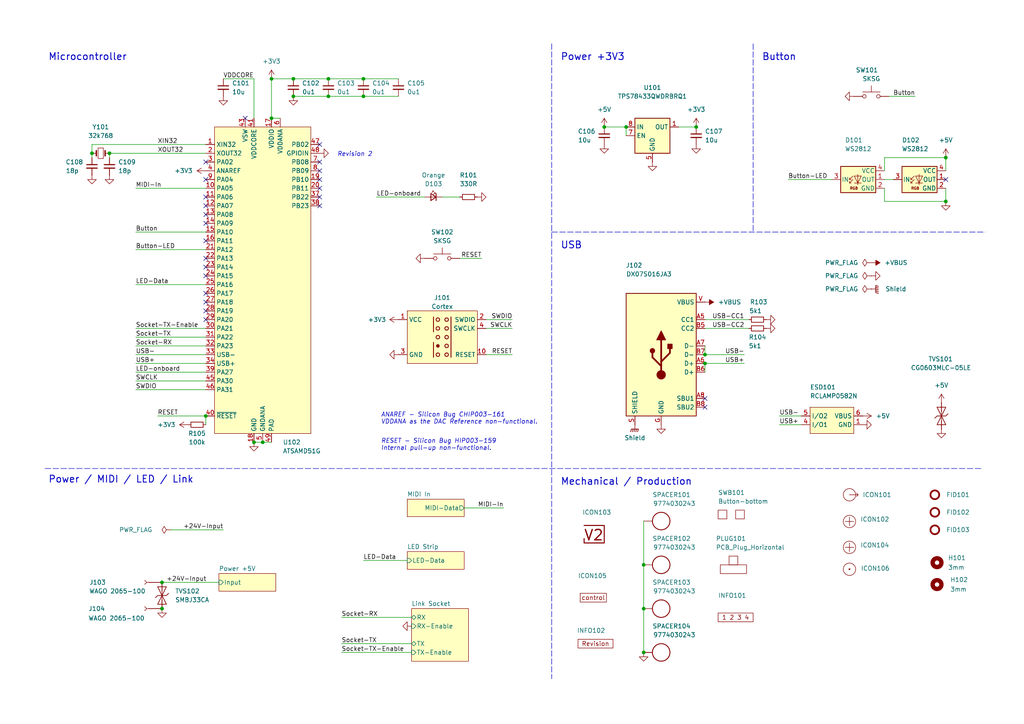
<source format=kicad_sch>
(kicad_sch (version 20250114) (generator "eeschema") (generator_version "9.0")
  (paper "A4")
  (title_block (title "V2 control") (date "2026-02-13") (rev "2026-02-13") (company "Versio Duo") (comment 1 "Instrument Controller"))
  (lib_symbols
    (symbol "V2_Artwork:Arrow_Out" (in_bom no)
      (property "Reference" "ICON" (at -2.54 2.54 0))
    )
    (symbol "V2_Artwork:Board_control" (in_bom no)
      (property "Reference" "ICON" (at 0 2.54 0))
      (symbol "Board_control_0_0"
        (text "control" (at 0 0 0) (effects (font (size 1.27 1.27))))
      )
    )
    (symbol "V2_Artwork:Dot" (in_bom no)
      (property "Reference" "ICON" (at -2.54 2.54 0))
    )
    (symbol "V2_Artwork:Plus" (in_bom no)
      (property "Reference" "ICON" (at -2.54 2.54 0))
    )
    (symbol "V2_Artwork:V2-logo" (in_bom no)
      (property "Reference" "ICON" (at -3.302 3.81 0))
      (symbol "V2-logo_1_1"
        (text "V2" (at -0.508 -0.254 0) (effects (font (size 3 3) (thickness 0.375))))
      )
    )
    (symbol "V2_Connector_Debug:Cortex" (in_bom no)
      (property "Reference" "J" (at -8.89 11.43 0))
      (property "Value" "Cortex" (at -8.89 8.89 0))
      (symbol "Cortex_1_0"
        (pin power_in line (at -11.43 5.08 0) (length 2.54) (name "VCC") (number "1"))
        (pin power_in line (at -11.43 -5.08 0) (length 2.54) (name "GND") (number "3"))
        (pin passive line (at -11.43 -5.08 0) (length 2.54) (hide yes) (name "GND") (number "5"))
        (pin bidirectional line (at 13.97 5.08 180) (length 2.54) (name "SWDIO") (number "2"))
        (pin input line (at 13.97 2.54 180) (length 2.54) (name "SWCLK") (number "4"))
        (pin input line (at 13.97 -5.08 180) (length 2.54) (name "RESET") (number "10"))
      )
    )
    (symbol "V2_Connector_USB:JAE_DX07S016JA3"
      (property "Reference" "J" (at -10.16 22.86 0))
      (property "Value" "DX07S016JA3" (at -10.16 20.5 0))
      (symbol "JAE_DX07S016JA3_1_1"
        (pin passive line (at -7.62 -20.32 90) (length 2.54) (name "SHIELD") (number "S"))
        (pin passive line (at 0 -20.32 90) (length 2.54) (name "GND") (number "G"))
        (pin passive line (at 12.7 15.24 180) (length 2.54) (name "VBUS") (number "V"))
        (pin bidirectional line (at 12.7 10.16 180) (length 2.54) (name "CC1") (number "A5"))
        (pin bidirectional line (at 12.7 7.62 180) (length 2.54) (name "CC2") (number "B5"))
        (pin bidirectional line (at 12.7 2.54 180) (length 2.54) (name "D-") (number "A7"))
        (pin bidirectional line (at 12.7 0 180) (length 2.54) (name "D-") (number "B7"))
        (pin bidirectional line (at 12.7 -2.54 180) (length 2.54) (name "D+") (number "A6"))
        (pin bidirectional line (at 12.7 -5.08 180) (length 2.54) (name "D+") (number "B6"))
        (pin bidirectional line (at 12.7 -12.7 180) (length 2.54) (name "SBU1") (number "A8"))
        (pin bidirectional line (at 12.7 -15.24 180) (length 2.54) (name "SBU2") (number "B8"))
      )
    )
    (symbol "V2_Connector_WAGO:2065" (pin_numbers (hide yes)) (pin_names (offset 1.016) (hide yes))
      (property "Reference" "J" (at 1.524 0 0))
      (property "Value" "WAGO 2065-100" (at 9.144 -2.54 0))
      (symbol "2065_1_1"
        (pin passive line (at -5.08 0 0) (length 3.81) (name "") (number "1"))
      )
    )
    (symbol "V2_Device:C_0603_0u1" (pin_numbers (hide yes)) (pin_names (offset 0.254) (hide yes))
      (property "Reference" "C" (at 1.778 1.524 0))
      (property "Value" "0u1" (at 1.778 -2.032 0))
      (symbol "C_0603_0u1_1_1"
        (pin passive line (at 0 2.54 270) (length 2.032) (name "~") (number "1"))
        (pin passive line (at 0 -2.54 90) (length 2.032) (name "~") (number "2"))
      )
    )
    (symbol "V2_Device:C_0603_10u" (pin_numbers (hide yes)) (pin_names (offset 0.254) (hide yes))
      (property "Reference" "C" (at 1.524 1.778 0))
      (property "Value" "10u" (at 1.524 -2.032 0))
      (symbol "C_0603_10u_1_1"
        (pin passive line (at 0 2.54 270) (length 2.032) (name "~") (number "1"))
        (pin passive line (at 0 -2.54 90) (length 2.032) (name "~") (number "2"))
      )
    )
    (symbol "V2_Device:C_0603_18p" (pin_numbers (hide yes)) (pin_names (offset 0.254) (hide yes))
      (property "Reference" "C" (at 1.524 1.778 0))
      (property "Value" "18p" (at 1.524 -2.032 0))
      (symbol "C_0603_18p_1_1"
        (pin passive line (at 0 2.54 270) (length 2.032) (name "~") (number "1"))
        (pin passive line (at 0 -2.54 90) (length 2.032) (name "~") (number "2"))
      )
    )
    (symbol "V2_Device:C_0805_10u" (pin_numbers (hide yes)) (pin_names (offset 0.254) (hide yes))
      (property "Reference" "C" (at 1.524 1.778 0))
      (property "Value" "10u" (at 1.524 -2.032 0))
      (symbol "C_0805_10u_1_1"
        (pin passive line (at 0 2.54 270) (length 2.032) (name "~") (number "1"))
        (pin passive line (at 0 -2.54 90) (length 2.032) (name "~") (number "2"))
      )
    )
    (symbol "V2_Device:Crystal_3.2x1.5_32k768" (pin_numbers (hide yes)) (pin_names (offset 1.016) (hide yes))
      (property "Reference" "Y" (at 0 2.54 0))
      (property "Value" "32k768" (at 0 -3.81 0))
      (symbol "Crystal_3.2x1.5_32k768_1_1"
        (pin passive line (at -2.54 0 0) (length 1.27) (name "1") (number "1"))
        (pin passive line (at 2.54 0 180) (length 1.27) (name "2") (number "2"))
      )
    )
    (symbol "V2_Device:LED_0603_Orange" (pin_numbers (hide yes)) (pin_names (offset 0.254) (hide yes))
      (property "Reference" "D" (at 0 5.588 0))
      (property "Value" "Orange" (at 0 3.556 0))
      (symbol "LED_0603_Orange_1_1"
        (pin passive line (at -2.54 0 0) (length 1.778) (name "K") (number "1"))
        (pin passive line (at 2.54 0 180) (length 1.778) (name "A") (number "2"))
      )
    )
    (symbol "V2_Device:R_0603_100k" (pin_numbers (hide yes)) (pin_names (offset 0.254) (hide yes))
      (property "Reference" "R" (at 2.032 1.27 0))
      (property "Value" "100k" (at 3.81 -1.27 0))
      (symbol "R_0603_100k_1_1"
        (pin passive line (at 0 2.54 270) (length 0.762) (name "~") (number "1"))
        (pin passive line (at 0 -2.54 90) (length 0.762) (name "~") (number "2"))
      )
    )
    (symbol "V2_Device:R_0603_330R" (pin_numbers (hide yes)) (pin_names (offset 0.254) (hide yes))
      (property "Reference" "R" (at 2.032 1.27 0))
      (property "Value" "330R" (at 4.064 -1.27 0))
      (symbol "R_0603_330R_1_1"
        (pin passive line (at 0 2.54 270) (length 0.762) (name "~") (number "1"))
        (pin passive line (at 0 -2.54 90) (length 0.762) (name "~") (number "2"))
      )
    )
    (symbol "V2_Device:R_0603_5k1" (pin_numbers (hide yes)) (pin_names (offset 0.254) (hide yes))
      (property "Reference" "R" (at 2.032 1.27 0))
      (property "Value" "5k1" (at 3.302 -1.27 0))
      (symbol "R_0603_5k1_1_1"
        (pin passive line (at 0 2.54 270) (length 0.762) (name "~") (number "1"))
        (pin passive line (at 0 -2.54 90) (length 0.762) (name "~") (number "2"))
      )
    )
    (symbol "V2_Diode:CG0603MLC-05LE" (pin_numbers (hide yes)) (pin_names (hide yes))
      (property "Reference" "TVS" (at -1.27 3.81 0))
      (property "Value" "CG0603MLC-05LE" (at 0 -3.81 0))
      (symbol "CG0603MLC-05LE_1_1"
        (pin passive line (at -3.81 0 0) (length 2.54) (name "K") (number "1"))
        (pin passive line (at 3.81 0 180) (length 2.54) (name "A") (number "2"))
      )
    )
    (symbol "V2_Diode:SMBJ33CA" (pin_numbers (hide yes)) (pin_names (hide yes))
      (property "Reference" "TVS" (at -2.54 6.35 0))
      (property "Value" "SMBJ33CA" (at -2.54 3.81 0))
      (symbol "SMBJ33CA_1_1"
        (pin passive line (at -3.81 0 0) (length 2.54) (name "K") (number "1"))
        (pin passive line (at 3.81 0 180) (length 2.54) (name "A") (number "2"))
      )
    )
    (symbol "V2_ESD_Suppressor:RCLAMP0582N"
      (property "Reference" "ESD" (at -6.35 6.35 0))
      (property "Value" "RCLAMP0582N" (at -6.35 3.81 0))
      (symbol "RCLAMP0582N_1_0"
        (pin bidirectional line (at -8.89 0 0) (length 2.54) (name "I/O2") (number "5"))
        (pin bidirectional line (at -8.89 -2.54 0) (length 2.54) (name "I/O1") (number "4"))
        (pin no_connect line (at 2.54 -10.16 0) (length 2.54) (hide yes) (name "") (number "3"))
        (pin power_in line (at 8.89 0 180) (length 2.54) (name "VBUS") (number "6"))
        (pin power_in line (at 8.89 -2.54 180) (length 2.54) (name "GND") (number "1"))
      )
      (symbol "RCLAMP0582N_1_1"
        (pin no_connect line (at 2.54 -7.62 0) (length 2.54) (hide yes) (name "") (number "2"))
      )
    )
    (symbol "V2_LED:WS2812" (pin_names (offset 0.254))
      (property "Reference" "D3" (at 0 10.414 0))
      (property "Value" "WS2812" (at 0 7.874 0))
      (symbol "WS2812_0_0"
        (text "RGB" (at -1.27 -1.27 0) (effects (font (size 0.762 0.762))))
      )
      (symbol "WS2812_1_1"
        (pin input line (at -7.62 1.27 0) (length 2.54) (name "IN") (number "3"))
        (pin power_in line (at 7.62 3.81 180) (length 2.54) (name "VCC") (number "4"))
        (pin output line (at 7.62 1.27 180) (length 2.54) (name "OUT") (number "1"))
        (pin power_in line (at 7.62 -1.27 180) (length 2.54) (name "GND") (number "2"))
      )
    )
    (symbol "V2_MCU_Microchip_SAMD:ATSAMD51G"
      (property "Reference" "U" (at 8.8392 -47.2948 0))
      (property "Value" "ATSAMD51G" (at 13.8684 -51.8668 0))
      (symbol "ATSAMD51G_1_1"
        (pin bidirectional line (at -16.51 39.37 0) (length 2.54) (name "PA00") (number "1") (alternate "XIN32" input line))
        (pin bidirectional line (at -16.51 36.83 0) (length 2.54) (name "PA01") (number "2") (alternate "XOUT32" output line))
        (pin bidirectional line (at -16.51 34.29 0) (length 2.54) (name "PA02") (number "3"))
        (pin bidirectional line (at -16.51 31.75 0) (length 2.54) (name "PA03") (number "4") (alternate "ANAREF" input line))
        (pin bidirectional line (at -16.51 29.21 0) (length 2.54) (name "PA04") (number "9"))
        (pin bidirectional line (at -16.51 26.67 0) (length 2.54) (name "PA05") (number "10"))
        (pin bidirectional line (at -16.51 24.13 0) (length 2.54) (name "PA06") (number "11"))
        (pin bidirectional line (at -16.51 21.59 0) (length 2.54) (name "PA07") (number "12"))
        (pin bidirectional line (at -16.51 19.05 0) (length 2.54) (name "PA08") (number "13"))
        (pin bidirectional line (at -16.51 16.51 0) (length 2.54) (name "PA09") (number "14"))
        (pin bidirectional line (at -16.51 13.97 0) (length 2.54) (name "PA10") (number "15"))
        (pin bidirectional line (at -16.51 11.43 0) (length 2.54) (name "PA11") (number "16"))
        (pin bidirectional line (at -16.51 8.89 0) (length 2.54) (name "PA12") (number "21"))
        (pin bidirectional line (at -16.51 6.35 0) (length 2.54) (name "PA13") (number "22"))
        (pin bidirectional line (at -16.51 3.81 0) (length 2.54) (name "PA14") (number "23"))
        (pin bidirectional line (at -16.51 1.27 0) (length 2.54) (name "PA15") (number "24"))
        (pin bidirectional line (at -16.51 -1.27 0) (length 2.54) (name "PA16") (number "25"))
        (pin bidirectional line (at -16.51 -3.81 0) (length 2.54) (name "PA17") (number "26"))
        (pin bidirectional line (at -16.51 -6.35 0) (length 2.54) (name "PA18") (number "27"))
        (pin bidirectional line (at -16.51 -8.89 0) (length 2.54) (name "PA19") (number "28"))
        (pin bidirectional line (at -16.51 -11.43 0) (length 2.54) (name "PA20") (number "29"))
        (pin bidirectional line (at -16.51 -13.97 0) (length 2.54) (name "PA21") (number "30"))
        (pin bidirectional line (at -16.51 -16.51 0) (length 2.54) (name "PA22") (number "31"))
        (pin bidirectional line (at -16.51 -19.05 0) (length 2.54) (name "PA23") (number "32"))
        (pin bidirectional line (at -16.51 -21.59 0) (length 2.54) (name "PA24") (number "33") (alternate "USB-" bidirectional line))
        (pin bidirectional line (at -16.51 -24.13 0) (length 2.54) (name "PA25") (number "34") (alternate "USB+" bidirectional line))
        (pin bidirectional line (at -16.51 -26.67 0) (length 2.54) (name "PA27") (number "39"))
        (pin bidirectional line (at -16.51 -29.21 0) (length 2.54) (name "PA30") (number "45"))
        (pin bidirectional line (at -16.51 -31.75 0) (length 2.54) (name "PA31") (number "46"))
        (pin input line (at -16.51 -39.37 0) (length 2.54) (name "~{RESET}") (number "40"))
        (pin power_in line (at -5.08 46.99 270) (length 2.54) (name "VSW") (number "43"))
        (pin power_out line (at -2.54 46.99 270) (length 2.54) (name "VDDCORE") (number "41"))
        (pin power_in line (at -2.54 -46.99 90) (length 2.54) (name "GND") (number "18"))
        (pin passive line (at -2.54 -46.99 90) (length 2.54) (hide yes) (name "GND") (number "35"))
        (pin passive line (at -2.54 -46.99 90) (length 2.54) (hide yes) (name "GND") (number "42"))
        (pin power_in line (at 0 -46.99 90) (length 2.54) (name "GNDANA") (number "5"))
        (pin power_in line (at 2.54 46.99 270) (length 2.54) (name "VDDIO") (number "17"))
        (pin passive line (at 2.54 46.99 270) (length 2.54) (hide yes) (name "VDDIO") (number "36"))
        (pin passive line (at 2.54 46.99 270) (length 2.54) (hide yes) (name "VDDIO") (number "44"))
        (pin power_in line (at 2.54 -46.99 90) (length 2.54) (name "PAD") (number "49"))
        (pin power_in line (at 5.08 46.99 270) (length 2.54) (name "VDDANA") (number "6"))
        (pin bidirectional line (at 16.51 39.37 180) (length 2.54) (name "PB02") (number "47"))
        (pin bidirectional line (at 16.51 36.83 180) (length 2.54) (name "PB03") (number "48") (alternate "GPIOIN" input line))
        (pin bidirectional line (at 16.51 34.29 180) (length 2.54) (name "PB08") (number "7"))
        (pin bidirectional line (at 16.51 31.75 180) (length 2.54) (name "PB09") (number "8"))
        (pin bidirectional line (at 16.51 29.21 180) (length 2.54) (name "PB10") (number "19"))
        (pin bidirectional line (at 16.51 26.67 180) (length 2.54) (name "PB11") (number "20"))
        (pin bidirectional line (at 16.51 24.13 180) (length 2.54) (name "PB22") (number "37"))
        (pin bidirectional line (at 16.51 21.59 180) (length 2.54) (name "PB23") (number "38"))
      )
    )
    (symbol "V2_Mechanical:Fiducial_Paste" (in_bom no)
      (property "Reference" "FID" (at 5.08 0 0))
    )
    (symbol "V2_Mechanical:MountingHole_3mm" (pin_names (offset 1.016)) (in_bom no)
      (property "Reference" "H" (at 0 5.08 0))
      (property "Value" "3mm" (at 0 3.175 0))
    )
    (symbol "V2_PCB_Devices:Button-bottom" (in_bom no)
      (property "Reference" "SWB1" (at -2.54 3.81 0))
      (property "Value" "Button-bottom" (at -6.35 -3.81 0))
    )
    (symbol "V2_PCB_Devices:PCB_Plug_Horizontal" (in_bom no)
      (property "Reference" "PLUG" (at 0 -5.08 0))
      (property "Value" "PCB_Plug_Horizontal" (at 1.27 -8.89 0))
    )
    (symbol "V2_Production:Layer_Numbers" (in_bom no)
      (property "Reference" "INFO" (at 0 3.81 0))
      (symbol "Layer_Numbers_0_0"
        (text "1 2 3 4" (at 0 0 0) (effects (font (size 1.27 1.27))))
      )
    )
    (symbol "V2_Production:Revision" (in_bom no)
      (property "Reference" "INFO" (at 0 2.54 0))
      (symbol "Revision_1_1"
        (text "Revision" (at 0 0 0) (effects (font (size 1.27 1.27))))
      )
    )
    (symbol "V2_Regulator_Linear:TPS78433QWDRBRQ1"
      (property "Reference" "U" (at -5.08 10.16 0))
      (property "Value" "TPS78433QWDRBRQ1" (at -5.08 7.62 0))
      (symbol "TPS78433QWDRBRQ1_0_1"
        (pin power_in line (at -7.62 2.54 0) (length 2.54) (name "IN") (number "8"))
        (pin input line (at -7.62 0 0) (length 2.54) (name "EN") (number "7"))
        (pin power_in line (at 0 -7.62 90) (length 2.54) (name "GND") (number "5"))
        (pin no_connect line (at 0 -19.05 180) (length 2.54) (hide yes) (name "") (number "2"))
        (pin no_connect line (at 0 -21.59 180) (length 2.54) (hide yes) (name "") (number "3"))
        (pin no_connect line (at 0 -24.13 180) (length 2.54) (hide yes) (name "") (number "4"))
        (pin no_connect line (at 0 -26.67 180) (length 2.54) (hide yes) (name "") (number "6"))
        (pin power_out line (at 7.62 2.54 180) (length 2.54) (name "OUT") (number "1"))
      )
      (symbol "TPS78433QWDRBRQ1_1_1"
        (pin passive line (at 0 -7.62 90) (length 2.54) (hide yes) (name "GND") (number "9"))
      )
    )
    (symbol "V2_Spacer_Wurth:9774030243" (pin_numbers (hide yes)) (pin_names (hide yes))
      (property "Reference" "SPACER" (at 0 7.62 0))
      (property "Value" "9774030243" (at 0 5.08 0))
      (symbol "9774030243_1_0"
        (pin passive line (at -5.08 0 0) (length 2.54) (name "1") (number "1"))
      )
    )
    (symbol "V2_Switch:SKSG" (pin_numbers (hide yes)) (pin_names (offset 1.016) (hide yes))
      (property "Reference" "SW" (at 0 7.62 0))
      (property "Value" "SKSG" (at 0 5.08 0))
      (symbol "SKSG_0_1"
        (pin passive line (at -5.08 0 0) (length 2.54) (name "1") (number "1"))
        (pin passive line (at 5.08 0 180) (length 2.54) (name "2") (number "2"))
      )
    )
    (symbol "V2_power:+3V3" (power) (pin_numbers (hide yes)) (pin_names (offset 0) (hide yes))
      (property "Value" "+3V3" (at 0 5.08 0))
      (symbol "+3V3_1_1"
        (pin power_in line (at 0 0 90) (length 0) (name "~") (number "1"))
      )
    )
    (symbol "V2_power:+5V" (power) (pin_numbers (hide yes)) (pin_names (offset 0) (hide yes))
      (property "Value" "+5V" (at 0 5.08 0))
      (symbol "+5V_1_1"
        (pin power_in line (at 0 0 90) (length 0) (name "~") (number "1"))
      )
    )
    (symbol "V2_power:+VBUS" (power) (pin_numbers (hide yes)) (pin_names (offset 0) (hide yes))
      (property "Value" "+VBUS" (at 0 5.08 0))
      (symbol "+VBUS_1_1"
        (pin power_in line (at 0 0 90) (length 0) (name "~") (number "1"))
      )
    )
    (symbol "V2_power:GND" (power) (pin_numbers (hide yes)) (pin_names (offset 0) (hide yes))
      (symbol "GND_1_1"
        (pin power_in line (at 0 0 270) (length 0) (name "~") (number "1"))
      )
    )
    (symbol "V2_power:PWR_FLAG" (power) (pin_numbers (hide yes)) (pin_names (offset 0) (hide yes))
      (property "Value" "PWR_FLAG" (at -8.89 0 0))
      (symbol "PWR_FLAG_0_0"
        (pin power_out line (at 0 0 180) (length 0) (name "~") (number "1"))
      )
    )
    (symbol "V2_power:Shield" (power) (pin_numbers (hide yes)) (pin_names (offset 0) (hide yes))
      (property "Value" "Shield" (at 0 -5.08 0))
      (symbol "Shield_1_1"
        (pin power_in line (at 0 0 270) (length 0) (name "~") (number "1"))
      )
    )
  )
  (text "ANAREF - ﻿Silicon Bug CHIP003-161\nVDDANA as the DAC Reference non-functional." (at 110.49 123.19 0) (effects (font (size 1.27 1.27) (italic yes)) (justify left bottom)))
  (text "Power / MIDI / LED / Link" (at 13.97 140.335 0) (effects (font (size 2 2) (thickness 0.254) (bold yes)) (justify left bottom)))
  (text "RESET - ﻿Silicon Bug HIP003-159\nInternal pull-up non-functional." (at 110.49 130.81 0) (effects (font (size 1.27 1.27) (italic yes)) (justify left bottom)))
  (text "Button" (at 220.98 17.78 0) (effects (font (size 2 2) (thickness 0.254) (bold yes)) (justify left bottom)))
  (text "Revision 2" (at 97.7831 45.5582 0) (effects (font (size 1.27 1.27) (italic yes)) (justify left bottom)))
  (text "Power +3V3" (at 162.56 17.78 0) (effects (font (size 2 2) (thickness 0.254) (bold yes)) (justify left bottom)))
  (text "Mechanical / Production" (at 162.56 140.97 0) (effects (font (size 2 2) (thickness 0.254) (bold yes)) (justify left bottom)))
  (text "Microcontroller" (at 13.97 17.78 0) (effects (font (size 2 2) (thickness 0.254) (bold yes)) (justify left bottom)))
  (text "USB" (at 162.56 72.39 0) (effects (font (size 2 2) (thickness 0.254) (bold yes)) (justify left bottom)))
  (junction (at 95.25 22.86))
  (junction (at 204.47 105.41))
  (junction (at 181.61 36.83))
  (junction (at 186.69 176.53))
  (junction (at 73.66 128.27))
  (junction (at 274.32 58.42))
  (junction (at 46.99 176.53))
  (junction (at 201.93 36.83))
  (junction (at 85.09 27.94))
  (junction (at 85.09 22.86))
  (junction (at 105.41 27.94))
  (junction (at 31.75 44.45))
  (junction (at 46.99 168.91))
  (junction (at 105.41 22.86))
  (junction (at 95.25 27.94))
  (junction (at 204.47 102.87))
  (junction (at 78.74 22.86))
  (junction (at 76.2 128.27))
  (junction (at 26.67 44.45))
  (junction (at 274.32 45.72))
  (junction (at 186.69 163.83))
  (junction (at 175.26 36.83))
  (junction (at 186.69 189.23))
  (junction (at 59.69 120.65))
  (junction (at 78.74 34.29))
  (no_connect (at 274.32 52.07))
  (no_connect (at 204.47 115.57))
  (no_connect (at 204.47 118.11))
  (no_connect (at 59.69 57.15))
  (no_connect (at 59.69 59.69))
  (no_connect (at 59.69 62.23))
  (no_connect (at 59.69 64.77))
  (no_connect (at 59.69 69.85))
  (no_connect (at 59.69 52.07))
  (no_connect (at 59.69 46.99))
  (no_connect (at 59.69 85.09))
  (no_connect (at 59.69 80.01))
  (no_connect (at 59.69 77.47))
  (no_connect (at 59.69 74.93))
  (no_connect (at 59.69 87.63))
  (no_connect (at 92.71 52.07))
  (no_connect (at 92.71 54.61))
  (no_connect (at 92.71 59.69))
  (no_connect (at 92.71 57.15))
  (no_connect (at 92.71 49.53))
  (no_connect (at 92.71 46.99))
  (no_connect (at 92.71 41.91))
  (no_connect (at 71.12 34.29))
  (no_connect (at 59.69 90.17))
  (no_connect (at 59.69 92.71))
  (wire (pts (xy 39.37 113.03) (xy 59.69 113.03)))
  (wire (pts (xy 226.06 120.65) (xy 232.41 120.65)))
  (wire (pts (xy 256.54 49.53) (xy 256.54 45.72)))
  (wire (pts (xy 204.47 100.33) (xy 204.47 102.87)))
  (wire (pts (xy 256.54 52.07) (xy 259.08 52.07)))
  (wire (pts (xy 78.74 22.86) (xy 85.09 22.86)))
  (wire (pts (xy 39.37 82.55) (xy 59.69 82.55)))
  (wire (pts (xy 256.54 45.72) (xy 274.32 45.72)))
  (wire (pts (xy 64.77 22.86) (xy 73.66 22.86)))
  (polyline (pts (xy 284.48 135.89) (xy 12.7 135.89)) (stroke (width 0) (type dash)))
  (wire (pts (xy 99.06 189.23) (xy 119.38 189.23)))
  (wire (pts (xy 26.67 44.45) (xy 26.67 45.72)))
  (wire (pts (xy 140.97 102.87) (xy 148.59 102.87)))
  (wire (pts (xy 204.47 105.41) (xy 215.9 105.41)))
  (wire (pts (xy 39.37 72.39) (xy 59.69 72.39)))
  (wire (pts (xy 256.54 58.42) (xy 274.32 58.42)))
  (wire (pts (xy 73.66 22.86) (xy 73.66 34.29)))
  (wire (pts (xy 95.25 27.94) (xy 105.41 27.94)))
  (wire (pts (xy 39.37 54.61) (xy 59.69 54.61)))
  (wire (pts (xy 204.47 95.25) (xy 217.17 95.25)))
  (wire (pts (xy 73.66 128.27) (xy 76.2 128.27)))
  (wire (pts (xy 39.37 110.49) (xy 59.69 110.49)))
  (wire (pts (xy 204.47 102.87) (xy 215.9 102.87)))
  (wire (pts (xy 78.74 34.29) (xy 81.28 34.29)))
  (wire (pts (xy 76.2 128.27) (xy 78.74 128.27)))
  (wire (pts (xy 39.37 95.25) (xy 59.69 95.25)))
  (wire (pts (xy 204.47 105.41) (xy 204.47 107.95)))
  (wire (pts (xy 186.69 163.83) (xy 186.69 176.53)))
  (wire (pts (xy 39.37 102.87) (xy 59.69 102.87)))
  (wire (pts (xy 226.06 123.19) (xy 232.41 123.19)))
  (wire (pts (xy 109.22 57.15) (xy 123.19 57.15)))
  (wire (pts (xy 274.32 54.61) (xy 274.32 58.42)))
  (wire (pts (xy 105.41 162.56) (xy 118.11 162.56)))
  (wire (pts (xy 128.27 57.15) (xy 133.35 57.15)))
  (wire (pts (xy 46.99 168.91) (xy 63.5 168.91)))
  (wire (pts (xy 181.61 36.83) (xy 181.61 39.37)))
  (wire (pts (xy 140.97 92.71) (xy 148.59 92.71)))
  (wire (pts (xy 39.37 107.95) (xy 59.69 107.95)))
  (wire (pts (xy 175.26 36.83) (xy 181.61 36.83)))
  (wire (pts (xy 45.72 120.65) (xy 59.69 120.65)))
  (polyline (pts (xy 160.02 67.31) (xy 285.75 67.31)) (stroke (width 0) (type dash)))
  (wire (pts (xy 204.47 92.71) (xy 217.17 92.71)))
  (wire (pts (xy 39.37 105.41) (xy 59.69 105.41)))
  (wire (pts (xy 134.62 147.32) (xy 146.05 147.32)))
  (wire (pts (xy 186.69 176.53) (xy 186.69 189.23)))
  (wire (pts (xy 228.6 52.07) (xy 241.3 52.07)))
  (wire (pts (xy 85.09 22.86) (xy 95.25 22.86)))
  (wire (pts (xy 201.93 36.83) (xy 196.85 36.83)))
  (wire (pts (xy 85.09 27.94) (xy 95.25 27.94)))
  (wire (pts (xy 78.74 22.86) (xy 78.74 34.29)))
  (wire (pts (xy 99.06 179.07) (xy 119.38 179.07)))
  (wire (pts (xy 39.37 67.31) (xy 59.69 67.31)))
  (polyline (pts (xy 218.44 12.7) (xy 218.44 67.31)) (stroke (width 0) (type dash)))
  (wire (pts (xy 186.69 151.13) (xy 186.69 163.83)))
  (wire (pts (xy 274.32 45.72) (xy 274.32 49.53)))
  (wire (pts (xy 39.37 100.33) (xy 59.69 100.33)))
  (wire (pts (xy 256.54 54.61) (xy 256.54 58.42)))
  (wire (pts (xy 59.69 123.19) (xy 59.69 120.65)))
  (wire (pts (xy 105.41 22.86) (xy 115.57 22.86)))
  (wire (pts (xy 39.37 97.79) (xy 59.69 97.79)))
  (wire (pts (xy 95.25 22.86) (xy 105.41 22.86)))
  (wire (pts (xy 133.35 74.93) (xy 139.7 74.93)))
  (wire (pts (xy 59.69 41.91) (xy 26.67 41.91)))
  (wire (pts (xy 31.75 44.45) (xy 31.75 45.72)))
  (polyline (pts (xy 160.02 12.7) (xy 160.02 196.85)) (stroke (width 0) (type dash)))
  (wire (pts (xy 257.81 27.94) (xy 265.43 27.94)))
  (wire (pts (xy 99.06 186.69) (xy 119.38 186.69)))
  (wire (pts (xy 26.67 41.91) (xy 26.67 44.45)))
  (wire (pts (xy 59.69 44.45) (xy 31.75 44.45)))
  (wire (pts (xy 140.97 95.25) (xy 148.59 95.25)))
  (wire (pts (xy 105.41 27.94) (xy 115.57 27.94)))
  (wire (pts (xy 49.53 153.67) (xy 64.77 153.67)))
  (label "SWCLK" (at 148.59 95.25 180))
  (label "XIN32" (at 45.72 41.91 0))
  (label "LED-onboard" (at 109.22 57.15 0))
  (label "Button" (at 265.43 27.94 180))
  (label "LED-Data" (at 105.41 162.56 0))
  (label "LED-Data" (at 39.37 82.55 0))
  (label "Button-LED" (at 39.37 72.39 0))
  (label "+24V-Input" (at 48.26 168.91 0))
  (label "Button-LED" (at 228.6 52.07 0))
  (label "USB+" (at 39.37 105.41 0))
  (label "USB-CC2" (at 215.9 95.25 180))
  (label "RESET" (at 45.72 120.65 0))
  (label "USB-CC1" (at 215.9 92.71 180))
  (label "RESET" (at 148.59 102.87 180))
  (label "XOUT32" (at 45.72 44.45 0))
  (label "Socket-RX" (at 99.06 179.07 0))
  (label "MIDI-In" (at 146.05 147.32 180))
  (label "VDDCORE" (at 64.77 22.86 0))
  (label "Socket-TX-Enable" (at 99.06 189.23 0))
  (label "Socket-TX" (at 39.37 97.79 0))
  (label "RESET" (at 139.7 74.93 180))
  (label "MIDI-In" (at 39.37 54.61 0))
  (label "USB-" (at 215.9 102.87 180))
  (label "LED-onboard" (at 39.37 107.95 0))
  (label "USB-" (at 39.37 102.87 0))
  (label "USB+" (at 215.9 105.41 180))
  (label "+24V-Input" (at 64.77 153.67 180))
  (label "Socket-TX" (at 99.06 186.69 0))
  (label "Socket-RX" (at 39.37 100.33 0))
  (label "SWCLK" (at 39.37 110.49 0))
  (label "SWDIO" (at 39.37 113.03 0))
  (label "Button" (at 39.37 67.31 0))
  (label "USB+" (at 226.06 123.19 0))
  (label "SWDIO" (at 148.59 92.71 180))
  (label "Socket-TX-Enable" (at 39.37 95.25 0))
  (label "USB-" (at 226.06 120.65 0))
  (symbol (lib_id "V2_Device:C_0603_0u1") (at 115.57 25.4 0) (unit 1)
    (property "Reference" "C105" (at 118.11 24.13 0) (effects (justify left)))
    (property "Value" "0u1" (at 118.11 26.67 0) (effects (justify left)))
    (property "Footprint" "V2_Capacitor_SMD:C_0603" (effects (hide yes)))
    (property "Description" "Unpolarized capacitor, small symbol" (effects (hide yes)))
    (property "Mouser" "810-CGA3E2X7R1H104MA" (effects (hide yes)))
    (property "Manufacturer" "TDK" (effects (hide yes)))
    (property "Product" "CGA3E2X7R1H104M080AA" (effects (hide yes)))
    (property "Rating" "50V" (effects (hide yes)))
  )
  (symbol (lib_id "V2_power:GND") (at 274.32 58.42 0) (unit 1)
    (property "Reference" "#PWR0116" (effects (hide yes)))
    (property "Value" "GND" (effects (hide yes)))
  )
  (symbol (lib_id "V2_ESD_Suppressor:RCLAMP0582N") (at 241.3 120.65 0) (unit 1)
    (property "Reference" "ESD101" (at 234.95 113.03 0) (effects (justify left bottom)))
    (property "Value" "RCLAMP0582N" (at 234.95 115.57 0) (effects (justify left bottom)))
    (property "Footprint" "V2_ESD_Suppressor:SLP1210N6" (effects (hide yes)))
    (property "Mouser" "947-RCLAMP0582N.TCT" (effects (hide yes)))
    (property "Product" "RCLAMP0582N.TCT" (effects (hide yes)))
    (property "Manufacturer" "Semtech" (effects (hide yes)))
  )
  (symbol (lib_id "V2_power:+3V3") (at 201.93 36.83 0) (unit 1)
    (property "Reference" "#PWR0106" (effects (hide yes)))
    (property "Value" "+3V3" (at 201.93 31.75 0))
  )
  (symbol (lib_id "V2_Production:Layer_Numbers") (at 213.36 179.07 0) (unit 1) (in_bom no)
    (property "Reference" "INFO101" (at 208.28 172.7199 0) (effects (justify left)))
    (property "Value" "Layer_Numbers" (effects (hide yes)))
    (property "Footprint" "V2_Production:Layer_Numbers" (effects (hide yes)))
  )
  (symbol (lib_id "V2_Switch:SKSG") (at 252.73 27.94 0) (unit 1)
    (property "Reference" "SW101" (at 251.46 20.32 0))
    (property "Value" "SKSG" (at 252.73 22.86 0))
    (property "Footprint" "V2_Button_Switch_SMD:SKSG" (effects (hide yes)))
    (property "Description" "Push button switch, generic, two pins" (effects (hide yes)))
    (property "Mouser" "688-SKSGACE010" (effects (hide yes)))
    (property "Manufacturer" "Alps Alpine" (effects (hide yes)))
    (property "Product" "SKSGACE010" (effects (hide yes)))
  )
  (symbol (lib_id "V2_power:GND") (at 92.71 44.45 90) (unit 1)
    (property "Reference" "#PWR0109" (effects (hide yes)))
    (property "Value" "GND" (effects (hide yes)))
  )
  (symbol (lib_id "V2_power:GND") (at 73.66 128.27 0) (unit 1)
    (property "Reference" "#PWR0132" (effects (hide yes)))
    (property "Value" "GND" (effects (hide yes)))
  )
  (symbol (lib_id "V2_power:+5V") (at 250.19 120.65 270) (unit 1)
    (property "Reference" "#PWR0126" (effects (hide yes)))
    (property "Value" "+5V" (at 254 120.65 90) (effects (justify left)))
  )
  (symbol (lib_id "V2_Device:LED_0603_Orange") (at 125.73 57.15 0) (mirror y) (unit 1)
    (property "Reference" "D103" (at 125.73 53.34 0))
    (property "Value" "Orange" (at 125.73 50.8 0))
    (property "Footprint" "V2_LED:LED_0603" (effects (hide yes)))
    (property "Description" "Light emitting diode, small symbol" (effects (hide yes)))
    (property "Sim.Pins" "1=K 2=A" (effects (hide yes)))
    (property "Mouser" "755-SML-D12D1WT86" (effects (hide yes)))
    (property "Product" "SML-D12D1WT86" (effects (hide yes)))
    (property "Manufacturer" "ROHM Semiconductor " (effects (hide yes)))
  )
  (symbol (lib_id "V2_Mechanical:MountingHole_3mm") (at 271.78 169.545 0) (unit 1) (in_bom no)
    (property "Reference" "H102" (at 275.59 168.1479 0) (effects (justify left)))
    (property "Value" "3mm" (at 278.003 170.942 0))
    (property "Footprint" "V2_Mechanical:MountingHole_3mm" (effects (hide yes)))
    (property "Description" "Mounting Hole without connection" (effects (hide yes)))
  )
  (symbol (lib_id "V2_power:GND") (at 46.99 176.53 0) (unit 1)
    (property "Reference" "#PWR0133" (effects (hide yes)))
    (property "Value" "GND" (effects (hide yes)))
  )
  (symbol (lib_id "V2_power:GND") (at 64.77 27.94 0) (unit 1)
    (property "Reference" "#PWR0102" (effects (hide yes)))
    (property "Value" "GND" (effects (hide yes)))
  )
  (symbol (lib_id "V2_LED:WS2812") (at 248.92 53.34 0) (unit 1)
    (property "Reference" "D101" (at 247.65 40.64 0))
    (property "Value" "WS2812" (at 248.92 43.18 0))
    (property "Footprint" "V2_LED:WS2812-2020" (effects (hide yes)))
    (property "Description" "RGB LED with integrated controller" (effects (hide yes)))
    (property "Manufacturer" "Worldsemi" (effects (hide yes)))
    (property "Product" "WS2812B-2020" (effects (hide yes)))
    (property "LCSC" "C965555" (effects (hide yes)))
  )
  (symbol (lib_id "V2_PCB_Devices:Button-bottom") (at 212.09 149.225 0) (unit 1) (exclude_from_sim yes) (in_bom no)
    (property "Reference" "SWB101" (at 208.28 142.875 0) (effects (justify left)))
    (property "Value" "Button-bottom" (at 208.28 145.415 0) (effects (justify left)))
    (property "Footprint" "V2_PCB_Devices:PCB_Button-bottom" (effects (hide yes)))
  )
  (symbol (lib_id "V2_PCB_Devices:PCB_Plug_Horizontal") (at 212.725 163.83 0) (unit 1) (exclude_from_sim yes) (in_bom no)
    (property "Reference" "PLUG101" (at 207.645 156.2099 0) (effects (justify left)))
    (property "Value" "PCB_Plug_Horizontal" (at 207.645 158.7499 0) (effects (justify left)))
    (property "Footprint" "V2_PCB_Devices:PCB_Plug_Horizontal" (effects (hide yes)))
  )
  (symbol (lib_id "V2_Device:C_0805_10u") (at 201.93 39.37 0) (unit 1)
    (property "Reference" "C107" (at 204.47 38.1 0) (effects (justify left)))
    (property "Value" "10u" (at 204.47 40.64 0) (effects (justify left)))
    (property "Footprint" "V2_Capacitor_SMD:C_0805" (effects (hide yes)))
    (property "Description" "Unpolarized capacitor, small symbol" (effects (hide yes)))
    (property "Mouser" "810-C2012X5R1E106K" (effects (hide yes)))
    (property "Rating" "25V" (effects (hide yes)))
    (property "Product" "C2012X5R1E106K125AB" (effects (hide yes)))
    (property "Manufacturer" "TDK" (effects (hide yes)))
  )
  (symbol (lib_id "V2_power:+3V3") (at 78.74 22.86 0) (unit 1)
    (property "Reference" "#PWR0101" (effects (hide yes)))
    (property "Value" "+3V3" (at 78.74 17.78 0))
  )
  (symbol (lib_id "V2_power:+5V") (at 274.32 45.72 0) (unit 1)
    (property "Reference" "#PWR0110" (effects (hide yes)))
    (property "Value" "+5V" (at 274.32 40.64 0))
  )
  (symbol (lib_id "V2_Device:R_0603_5k1") (at 219.71 95.25 90) (unit 1)
    (property "Reference" "R104" (at 217.1699 97.79 90) (effects (justify right)))
    (property "Value" "5k1" (at 217.1699 100.33 90) (effects (justify right)))
    (property "Footprint" "V2_Resistor_SMD:R_0603" (effects (hide yes)))
    (property "Description" "Resistor, small symbol" (effects (hide yes)))
    (property "Mouser" "71-CRCW06035K10FKEAC" (effects (hide yes)))
    (property "Product" "CRCW06035K10FKEAC" (effects (hide yes)))
    (property "Manufacturer" "Vishay" (effects (hide yes)))
    (property "Rating" "100mW" (effects (hide yes)))
  )
  (symbol (lib_id "V2_Spacer_Wurth:9774030243") (at 191.77 163.83 0) (unit 1)
    (property "Reference" "SPACER102" (at 189.23 156.21 0) (effects (justify left)))
    (property "Value" "9774030243" (at 195.58 158.75 0))
    (property "Footprint" "V2_Spacer_Wurth:9774030243" (effects (hide yes)))
  )
  (symbol (lib_id "V2_power:+3V3") (at 54.61 123.19 90) (unit 1)
    (property "Reference" "#PWR0127" (effects (hide yes)))
    (property "Value" "+3V3" (at 48.26 123.19 90))
  )
  (symbol (lib_id "V2_power:PWR_FLAG") (at 252.73 80.01 0) (unit 1)
    (property "Reference" "#FLG0103" (effects (hide yes)))
    (property "Value" "PWR_FLAG" (at 244.094 80.01 0))
    (property "Description" "Special symbol for telling ERC where power comes from" (effects (hide yes)))
  )
  (symbol (lib_id "V2_Artwork:Arrow_Out") (at 246.38 143.51 0) (unit 1) (exclude_from_sim yes) (in_bom no)
    (property "Reference" "ICON101" (at 250.19 143.5099 0) (effects (justify left)))
    (property "Value" "Arrow_Out" (effects (hide yes)))
    (property "Footprint" "V2_Artwork:Arrow_Out" (effects (hide yes)))
  )
  (symbol (lib_id "V2_power:PWR_FLAG") (at 252.73 83.82 0) (unit 1)
    (property "Reference" "#FLG0102" (effects (hide yes)))
    (property "Value" "PWR_FLAG" (at 244.094 83.82 0))
    (property "Description" "Special symbol for telling ERC where power comes from" (effects (hide yes)))
  )
  (symbol (lib_id "V2_Diode:SMBJ33CA") (at 46.99 172.72 90) (unit 1)
    (property "Reference" "TVS102" (at 50.8 171.4499 90) (effects (justify right)))
    (property "Value" "SMBJ33CA" (at 50.8 173.9899 90) (effects (justify right)))
    (property "Footprint" "V2_Diode_SMD:D_SMB" (effects (hide yes)))
    (property "Description" "Transient Voltage Suppressor Diode, Bidirectional, 36.7-40.6V" (effects (hide yes)))
    (property "Mouser" "652-SMBJ33CA-Q" (effects (hide yes)))
    (property "Product" "SMBJ33CA-Q" (effects (hide yes)))
    (property "Manufacturer" "Bourns" (effects (hide yes)))
    (property "Rating" "33V" (effects (hide yes)))
  )
  (symbol (lib_id "V2_Connector_Debug:Cortex") (at 127 97.79 0) (unit 1) (in_bom no)
    (property "Reference" "J101" (at 128.27 86.36 0))
    (property "Value" "Cortex" (at 128.27 88.9 0))
    (property "Footprint" "V2_Connector_Debug:Cortex" (effects (hide yes)))
  )
  (symbol (lib_id "V2_power:GND") (at 26.67 50.8 0) (unit 1)
    (property "Reference" "#PWR0113" (effects (hide yes)))
    (property "Value" "GND" (effects (hide yes)))
  )
  (symbol (lib_id "V2_Connector_WAGO:2065") (at 41.91 176.53 180) (unit 1)
    (property "Reference" "J104" (at 28.067 176.53 0))
    (property "Value" "WAGO 2065-100" (at 33.782 179.324 0))
    (property "Footprint" "V2_Connector_WAGO:2065-100" (effects (hide yes)))
    (property "Manufacturer" "WAGO" (effects (hide yes)))
    (property "Product" "2065-100/998-403" (effects (hide yes)))
  )
  (symbol (lib_id "V2_Artwork:Board_control") (at 172.085 173.355 0) (unit 1) (exclude_from_sim yes) (in_bom no)
    (property "Reference" "ICON105" (at 167.64 167.0049 0) (effects (justify left)))
    (property "Value" "Board_control" (effects (hide yes)))
    (property "Footprint" "V2_Artwork:Board_control_Small" (effects (hide yes)))
  )
  (symbol (lib_id "V2_power:GND") (at 115.57 102.87 270) (unit 1)
    (property "Reference" "#PWR0124" (effects (hide yes)))
    (property "Value" "GND" (effects (hide yes)))
  )
  (symbol (lib_id "V2_LED:WS2812") (at 266.7 53.34 0) (unit 1)
    (property "Reference" "D102" (at 264.16 40.64 0))
    (property "Value" "WS2812" (at 265.43 43.18 0))
    (property "Footprint" "V2_LED:WS2812-2020" (effects (hide yes)))
    (property "Description" "RGB LED with integrated controller" (effects (hide yes)))
    (property "Manufacturer" "Worldsemi" (effects (hide yes)))
    (property "Product" "WS2812B-2020" (effects (hide yes)))
    (property "LCSC" "C965555" (effects (hide yes)))
  )
  (symbol (lib_id "V2_power:+5V") (at 273.05 116.84 0) (unit 1)
    (property "Reference" "#PWR0125" (effects (hide yes)))
    (property "Value" "+5V" (at 273.05 111.76 0))
  )
  (symbol (lib_id "V2_power:GND") (at 191.77 123.19 0) (unit 1)
    (property "Reference" "#PWR0131" (effects (hide yes)))
    (property "Value" "GND" (effects (hide yes)))
  )
  (symbol (lib_id "V2_power:+5V") (at 175.26 36.83 0) (unit 1)
    (property "Reference" "#PWR0105" (effects (hide yes)))
    (property "Value" "+5V" (at 175.26 31.75 0))
  )
  (symbol (lib_id "V2_power:+3V3") (at 59.69 49.53 90) (unit 1)
    (property "Reference" "#PWR0112" (effects (hide yes)))
    (property "Value" "+3V3" (at 55.88 49.53 90) (effects (justify left)))
  )
  (symbol (lib_id "V2_Spacer_Wurth:9774030243") (at 191.77 176.53 0) (unit 1)
    (property "Reference" "SPACER103" (at 189.23 168.91 0) (effects (justify left)))
    (property "Value" "9774030243" (at 195.58 171.45 0))
    (property "Footprint" "V2_Spacer_Wurth:9774030243" (effects (hide yes)))
  )
  (symbol (lib_id "V2_power:GND") (at 85.09 27.94 0) (unit 1)
    (property "Reference" "#PWR0103" (effects (hide yes)))
    (property "Value" "GND" (effects (hide yes)))
  )
  (symbol (lib_id "V2_power:GND") (at 31.75 50.8 0) (unit 1)
    (property "Reference" "#PWR0114" (effects (hide yes)))
    (property "Value" "GND" (effects (hide yes)))
  )
  (symbol (lib_id "V2_power:GND") (at 247.65 27.94 270) (unit 1)
    (property "Reference" "#PWR0104" (effects (hide yes)))
    (property "Value" "GND" (effects (hide yes)))
  )
  (symbol (lib_id "V2_Artwork:Plus") (at 246.38 158.75 0) (unit 1) (exclude_from_sim yes) (in_bom no)
    (property "Reference" "ICON104" (at 249.555 158.115 0) (effects (justify left)))
    (property "Value" "Plus" (effects (hide yes)))
    (property "Footprint" "V2_Artwork:Plus_Small" (effects (hide yes)))
  )
  (symbol (lib_id "V2_Production:Revision") (at 172.72 186.69 0) (unit 1) (in_bom no)
    (property "Reference" "INFO102" (at 171.45 182.88 0))
    (property "Footprint" "V2_Production:Revision" (effects (hide yes)))
  )
  (symbol (lib_id "V2_power:+3V3") (at 115.57 92.71 90) (unit 1)
    (property "Reference" "#PWR0121" (effects (hide yes)))
    (property "Value" "+3V3" (at 106.68 92.71 90) (effects (justify right)))
  )
  (symbol (lib_id "V2_power:GND") (at 201.93 41.91 0) (unit 1)
    (property "Reference" "#PWR0108" (effects (hide yes)))
    (property "Value" "GND" (effects (hide yes)))
  )
  (symbol (lib_id "V2_Spacer_Wurth:9774030243") (at 191.77 189.23 0) (unit 1)
    (property "Reference" "SPACER104" (at 189.23 181.61 0) (effects (justify left)))
    (property "Value" "9774030243" (at 195.58 184.15 0))
    (property "Footprint" "V2_Spacer_Wurth:9774030243" (effects (hide yes)))
  )
  (symbol (lib_id "V2_power:PWR_FLAG") (at 252.73 76.2 0) (unit 1)
    (property "Reference" "#FLG0101" (effects (hide yes)))
    (property "Value" "PWR_FLAG" (at 244.094 76.2 0))
    (property "Description" "Special symbol for telling ERC where power comes from" (effects (hide yes)))
  )
  (symbol (lib_id "V2_Device:C_0805_10u") (at 175.26 39.37 0) (unit 1)
    (property "Reference" "C106" (at 172.72 38.1 0) (effects (justify right)))
    (property "Value" "10u" (at 171.45 40.64 0) (effects (justify right)))
    (property "Footprint" "V2_Capacitor_SMD:C_0805" (effects (hide yes)))
    (property "Description" "Unpolarized capacitor, small symbol" (effects (hide yes)))
    (property "Mouser" "810-C2012X5R1E106K" (effects (hide yes)))
    (property "Rating" "25V" (effects (hide yes)))
    (property "Product" "C2012X5R1E106K125AB" (effects (hide yes)))
    (property "Manufacturer" "TDK" (effects (hide yes)))
  )
  (symbol (lib_id "V2_Device:Crystal_3.2x1.5_32k768") (at 29.21 44.45 0) (unit 1)
    (property "Reference" "Y101" (at 29.21 36.83 0))
    (property "Value" "32k768" (at 29.21 39.37 0))
    (property "Footprint" "V2_Crystal:Crystal_SMD_3215-2Pin_3.2x1.5mm" (effects (hide yes)))
    (property "Description" "Two pin crystal, small symbol" (effects (hide yes)))
    (property "Mouser" "815-ABS0716632.768KT" (effects (hide yes)))
    (property "Product" "ABS07-166-32.768KHZ-T" (effects (hide yes)))
    (property "Manufacturer" "ABRACON" (effects (hide yes)))
  )
  (symbol (lib_id "V2_Device:C_0603_18p") (at 31.75 48.26 0) (unit 1)
    (property "Reference" "C109" (at 34.29 46.9962 0) (effects (justify left)))
    (property "Value" "18p" (at 34.29 49.5362 0) (effects (justify left)))
    (property "Footprint" "V2_Capacitor_SMD:C_0603" (effects (hide yes)))
    (property "Description" "Unpolarized capacitor, small symbol" (effects (hide yes)))
    (property "Mouser" "603-CC603JRNPO9BN180" (effects (hide yes)))
    (property "Product" "CC0603JRNPO9BN180" (effects (hide yes)))
    (property "Manufacturer" "YAGEO" (effects (hide yes)))
  )
  (symbol (lib_id "V2_Device:C_0603_10u") (at 64.77 25.4 0) (unit 1)
    (property "Reference" "C101" (at 67.31 24.13 0) (effects (justify left)))
    (property "Value" "10u" (at 67.31 26.67 0) (effects (justify left)))
    (property "Footprint" "V2_Capacitor_SMD:C_0603" (effects (hide yes)))
    (property "Description" "Unpolarized capacitor, small symbol" (effects (hide yes)))
    (property "Mouser" "810-C1608X6S1A106M" (effects (hide yes)))
    (property "Product" "C1608X6S1A106M080AC" (effects (hide yes)))
    (property "Manufacturer" "TDK" (effects (hide yes)))
    (property "Rating" "10V" (effects (hide yes)))
  )
  (symbol (lib_id "V2_power:GND") (at 273.05 124.46 0) (unit 1)
    (property "Reference" "#PWR0129" (effects (hide yes)))
    (property "Value" "GND" (effects (hide yes)))
  )
  (symbol (lib_id "V2_power:GND") (at 222.25 92.71 90) (unit 1)
    (property "Reference" "#PWR0122" (effects (hide yes)))
    (property "Value" "GND" (effects (hide yes)))
  )
  (symbol (lib_id "V2_power:+VBUS") (at 252.73 76.2 270) (unit 1)
    (property "Reference" "#PWR0119" (effects (hide yes)))
    (property "Value" "+VBUS" (at 256.54 76.1999 90) (effects (justify left)))
    (property "Description" "USB Power Delivery" (effects (hide yes)))
  )
  (symbol (lib_id "V2_power:GND") (at 175.26 41.91 0) (unit 1)
    (property "Reference" "#PWR0107" (effects (hide yes)))
    (property "Value" "GND" (effects (hide yes)))
  )
  (symbol (lib_id "V2_power:GND") (at 252.73 80.01 90) (unit 1)
    (property "Reference" "#PWR0120" (effects (hide yes)))
    (property "Value" "GND" (effects (hide yes)))
  )
  (symbol (lib_id "V2_Mechanical:Fiducial_Paste") (at 271.145 143.51 0) (unit 1) (in_bom no)
    (property "Reference" "FID101" (at 274.447 143.51 0) (effects (justify left)))
    (property "Value" "Fiducial_Paste" (effects (hide yes)))
    (property "Footprint" "V2_Fiducial:Fiducial_0.5mm_Mask1mm_Paste" (effects (hide yes)))
    (property "Description" "Fiducial Marker" (effects (hide yes)))
  )
  (symbol (lib_id "V2_Device:C_0603_18p") (at 26.67 48.26 0) (unit 1)
    (property "Reference" "C108" (at 24.13 46.9962 0) (effects (justify right)))
    (property "Value" "18p" (at 22.86 49.5362 0) (effects (justify right)))
    (property "Footprint" "V2_Capacitor_SMD:C_0603" (effects (hide yes)))
    (property "Description" "Unpolarized capacitor, small symbol" (effects (hide yes)))
    (property "Mouser" "603-CC603JRNPO9BN180" (effects (hide yes)))
    (property "Product" "CC0603JRNPO9BN180" (effects (hide yes)))
    (property "Manufacturer" "YAGEO" (effects (hide yes)))
  )
  (symbol (lib_id "V2_power:+VBUS") (at 204.47 87.63 270) (unit 1)
    (property "Reference" "#PWR0118" (effects (hide yes)))
    (property "Value" "+VBUS" (at 208.28 87.6299 90) (effects (justify left)))
    (property "Description" "USB Power Delivery" (effects (hide yes)))
  )
  (symbol (lib_id "V2_power:Shield") (at 252.73 83.82 90) (unit 1)
    (property "Reference" "#PWR0130" (effects (hide yes)))
    (property "Value" "Shield" (at 259.842 83.82 90))
  )
  (symbol (lib_id "V2_power:GND") (at 189.23 46.99 0) (unit 1)
    (property "Reference" "#PWR0111" (effects (hide yes)))
    (property "Value" "GND" (effects (hide yes)))
  )
  (symbol (lib_id "V2_power:GND") (at 138.43 57.15 90) (unit 1)
    (property "Reference" "#PWR0115" (effects (hide yes)))
    (property "Value" "GND" (effects (hide yes)))
  )
  (symbol (lib_id "V2_Device:R_0603_330R") (at 135.89 57.15 90) (unit 1)
    (property "Reference" "R101" (at 135.89 50.8 90))
    (property "Value" "330R" (at 135.89 53.34 90))
    (property "Footprint" "V2_Resistor_SMD:R_0603" (effects (hide yes)))
    (property "Description" "Resistor, small symbol" (effects (hide yes)))
    (property "Mouser" "71-CRCW0603330RFKEAC" (effects (hide yes)))
    (property "Product" "CRCW0603330RFKEAC" (effects (hide yes)))
    (property "Manufacturer" "Vishay" (effects (hide yes)))
    (property "Rating" "100mW" (effects (hide yes)))
  )
  (symbol (lib_id "V2_Diode:CG0603MLC-05LE") (at 273.05 120.65 90) (unit 1)
    (property "Reference" "TVS101" (at 269.24 104.14 90) (effects (justify right)))
    (property "Value" "CG0603MLC-05LE" (at 264.16 106.68 90) (effects (justify right)))
    (property "Footprint" "V2_Diode_SMD:D_0603" (effects (hide yes)))
    (property "Mouser" "652-CG0603MLC-05LE" (effects (hide yes)))
    (property "Product" "CG0603MLC-05LE" (effects (hide yes)))
    (property "Manufacturer" "Bourns" (effects (hide yes)))
    (property "Rating" "5V" (effects (hide yes)))
  )
  (symbol (lib_id "V2_power:GND") (at 250.19 123.19 90) (unit 1)
    (property "Reference" "#PWR0128" (effects (hide yes)))
    (property "Value" "GND" (effects (hide yes)))
  )
  (symbol (lib_id "V2_power:GND") (at 222.25 95.25 90) (unit 1)
    (property "Reference" "#PWR0123" (effects (hide yes)))
    (property "Value" "GND" (effects (hide yes)))
  )
  (symbol (lib_id "V2_Mechanical:MountingHole_3mm") (at 271.78 163.195 0) (unit 1) (in_bom no)
    (property "Reference" "H101" (at 274.955 161.7979 0) (effects (justify left)))
    (property "Value" "3mm" (at 277.368 164.592 0))
    (property "Footprint" "V2_Mechanical:MountingHole_3mm" (effects (hide yes)))
    (property "Description" "Mounting Hole without connection" (effects (hide yes)))
  )
  (symbol (lib_id "V2_Device:C_0603_0u1") (at 105.41 25.4 0) (unit 1)
    (property "Reference" "C104" (at 107.95 24.13 0) (effects (justify left)))
    (property "Value" "0u1" (at 107.95 26.67 0) (effects (justify left)))
    (property "Footprint" "V2_Capacitor_SMD:C_0603" (effects (hide yes)))
    (property "Description" "Unpolarized capacitor, small symbol" (effects (hide yes)))
    (property "Mouser" "810-CGA3E2X7R1H104MA" (effects (hide yes)))
    (property "Manufacturer" "TDK" (effects (hide yes)))
    (property "Product" "CGA3E2X7R1H104M080AA" (effects (hide yes)))
    (property "Rating" "50V" (effects (hide yes)))
  )
  (symbol (lib_id "V2_Spacer_Wurth:9774030243") (at 191.77 151.13 0) (unit 1)
    (property "Reference" "SPACER101" (at 189.23 143.51 0) (effects (justify left)))
    (property "Value" "9774030243" (at 195.58 146.05 0))
    (property "Footprint" "V2_Spacer_Wurth:9774030243" (effects (hide yes)))
  )
  (symbol (lib_id "V2_Device:C_0603_0u1") (at 85.09 25.4 0) (unit 1)
    (property "Reference" "C102" (at 92.71 24.13 0) (effects (justify right)))
    (property "Value" "0u1" (at 91.44 26.67 0) (effects (justify right)))
    (property "Footprint" "V2_Capacitor_SMD:C_0603" (effects (hide yes)))
    (property "Description" "Unpolarized capacitor, small symbol" (effects (hide yes)))
    (property "Mouser" "810-CGA3E2X7R1H104MA" (effects (hide yes)))
    (property "Manufacturer" "TDK" (effects (hide yes)))
    (property "Product" "CGA3E2X7R1H104M080AA" (effects (hide yes)))
    (property "Rating" "50V" (effects (hide yes)))
  )
  (symbol (lib_id "V2_Connector_WAGO:2065") (at 41.91 168.91 180) (unit 1)
    (property "Reference" "J103" (at 28.321 168.91 0))
    (property "Value" "WAGO 2065-100" (at 34.036 171.45 0))
    (property "Footprint" "V2_Connector_WAGO:2065-100" (effects (hide yes)))
    (property "Manufacturer" "WAGO" (effects (hide yes)))
    (property "Product" "2065-100/998-403" (effects (hide yes)))
  )
  (symbol (lib_id "V2_Mechanical:Fiducial_Paste") (at 271.145 148.59 0) (unit 1) (in_bom no)
    (property "Reference" "FID102" (at 274.447 148.59 0) (effects (justify left)))
    (property "Value" "Fiducial_Paste" (effects (hide yes)))
    (property "Footprint" "V2_Fiducial:Fiducial_0.5mm_Mask1mm_Paste" (effects (hide yes)))
    (property "Description" "Fiducial Marker" (effects (hide yes)))
  )
  (symbol (lib_id "V2_power:PWR_FLAG") (at 49.53 153.67 0) (unit 1)
    (property "Reference" "#FLG0104" (effects (hide yes)))
    (property "Value" "PWR_FLAG" (at 39.37 153.67 0))
    (property "Description" "Special symbol for telling ERC where power comes from" (effects (hide yes)))
  )
  (symbol (lib_id "V2_Switch:SKSG") (at 128.27 74.93 0) (unit 1)
    (property "Reference" "SW102" (at 128.27 67.31 0))
    (property "Value" "SKSG" (at 128.27 69.85 0))
    (property "Footprint" "V2_Button_Switch_SMD:SKSG" (effects (hide yes)))
    (property "Description" "Push button switch, generic, two pins" (effects (hide yes)))
    (property "Mouser" "688-SKSGACE010" (effects (hide yes)))
    (property "Manufacturer" "Alps Alpine" (effects (hide yes)))
    (property "Product" "SKSGACE010" (effects (hide yes)))
  )
  (symbol (lib_id "V2_Connector_USB:JAE_DX07S016JA3") (at 191.77 102.87 0) (unit 1)
    (property "Reference" "J102" (at 183.896 76.962 0))
    (property "Value" "DX07S016JA3" (at 181.61 79.502 0) (effects (justify left)))
    (property "Footprint" "V2_Connector_USB:JAE_DX07S016JA3" (effects (hide yes)))
    (property "Mouser" "656-DX07S016JA3R1500" (effects (hide yes)))
    (property "Product" "DX07S016JA3R1500" (effects (hide yes)))
    (property "Manufacturer" "JAE Electronics" (effects (hide yes)))
  )
  (symbol (lib_id "V2_Artwork:Dot") (at 246.38 165.1 0) (unit 1) (exclude_from_sim yes) (in_bom no)
    (property "Reference" "ICON106" (at 249.682 164.846 0) (effects (justify left)))
    (property "Value" "Dot" (effects (hide yes)))
    (property "Footprint" "V2_Artwork:Dot_Small" (effects (hide yes)))
  )
  (symbol (lib_id "V2_power:GND") (at 123.19 74.93 270) (unit 1)
    (property "Reference" "#PWR0117" (effects (hide yes)))
    (property "Value" "GND" (effects (hide yes)))
  )
  (symbol (lib_id "V2_Device:C_0603_0u1") (at 95.25 25.4 0) (unit 1)
    (property "Reference" "C103" (at 97.79 24.13 0) (effects (justify left)))
    (property "Value" "0u1" (at 97.79 26.67 0) (effects (justify left)))
    (property "Footprint" "V2_Capacitor_SMD:C_0603" (effects (hide yes)))
    (property "Description" "Unpolarized capacitor, small symbol" (effects (hide yes)))
    (property "Mouser" "810-CGA3E2X7R1H104MA" (effects (hide yes)))
    (property "Manufacturer" "TDK" (effects (hide yes)))
    (property "Product" "CGA3E2X7R1H104M080AA" (effects (hide yes)))
    (property "Rating" "50V" (effects (hide yes)))
  )
  (symbol (lib_id "V2_power:Shield") (at 184.15 123.19 0) (unit 1)
    (property "Reference" "#PWR0136" (effects (hide yes)))
    (property "Value" "Shield" (at 184.15 127 0))
  )
  (symbol (lib_id "V2_Device:R_0603_5k1") (at 219.71 92.71 90) (unit 1)
    (property "Reference" "R103" (at 222.6125 87.5941 90) (effects (justify left)))
    (property "Value" "5k1" (at 220.9799 90.17 90) (effects (justify left)))
    (property "Footprint" "V2_Resistor_SMD:R_0603" (effects (hide yes)))
    (property "Description" "Resistor, small symbol" (effects (hide yes)))
    (property "Mouser" "71-CRCW06035K10FKEAC" (effects (hide yes)))
    (property "Product" "CRCW06035K10FKEAC" (effects (hide yes)))
    (property "Manufacturer" "Vishay" (effects (hide yes)))
    (property "Rating" "100mW" (effects (hide yes)))
  )
  (symbol (lib_id "V2_Mechanical:Fiducial_Paste") (at 271.145 153.67 0) (unit 1) (in_bom no)
    (property "Reference" "FID103" (at 274.447 153.67 0) (effects (justify left)))
    (property "Value" "Fiducial_Paste" (effects (hide yes)))
    (property "Footprint" "V2_Fiducial:Fiducial_0.5mm_Mask1mm_Paste" (effects (hide yes)))
    (property "Description" "Fiducial Marker" (effects (hide yes)))
  )
  (symbol (lib_id "V2_MCU_Microchip_SAMD:ATSAMD51G") (at 76.2 81.28 0) (unit 1)
    (property "Reference" "U102" (at 82.0294 128.27 0) (effects (justify left)))
    (property "Value" "ATSAMD51G" (at 82.0294 130.81 0) (effects (justify left)))
    (property "Footprint" "V2_Package_DFN_QFN:QFN-48-1EP_7x7mm_P0.5mm_EP5.45x5.45mm_ThermalVias" (effects (hide yes)))
    (property "Mouser" "556-ATSAMD51G19AMU" (effects (hide yes)))
    (property "Manufacturer" "Microchip Technology" (effects (hide yes)))
    (property "Product" "ATSAMD51G19A-MU" (effects (hide yes)))
    (pin "1" (alternate "XIN32"))
    (pin "2" (alternate "XOUT32"))
    (pin "33" (alternate "USB-"))
    (pin "34" (alternate "USB+"))
    (pin "4" (alternate "ANAREF"))
    (pin "48" (alternate "GPIOIN"))
  )
  (symbol (lib_id "V2_Regulator_Linear:TPS78433QWDRBRQ1") (at 189.23 39.37 0) (unit 1)
    (property "Reference" "U101" (at 189.23 25.4 0))
    (property "Value" "TPS78433QWDRBRQ1" (at 189.23 27.94 0))
    (property "Footprint" "V2_Package_SON:VSON-8-1_3x3mm_P0.65_EP1.65x2.4mm" (effects (hide yes)))
    (property "Datasheet" "https://www.ti.com/product/TPS784-Q1" (effects (hide yes)))
    (property "Mouser" "595-TPS78433QWDRBRQ1" (effects (hide yes)))
    (property "Manufacturer" "Texas Instruments" (effects (hide yes)))
    (property "Product" "TPS78433QWDRBRQ1" (effects (hide yes)))
  )
  (symbol (lib_id "V2_Artwork:Plus") (at 246.38 151.257 0) (unit 1) (exclude_from_sim yes) (in_bom no)
    (property "Reference" "ICON102" (at 249.555 150.622 0) (effects (justify left)))
    (property "Value" "Plus" (effects (hide yes)))
    (property "Footprint" "V2_Artwork:Plus_Small" (effects (hide yes)))
  )
  (symbol (lib_id "V2_Device:R_0603_100k") (at 57.15 123.19 90) (unit 1)
    (property "Reference" "R105" (at 57.15 125.73 90))
    (property "Value" "100k" (at 57.15 128.27 90))
    (property "Footprint" "V2_Resistor_SMD:R_0603" (effects (hide yes)))
    (property "Description" "Resistor, small symbol" (effects (hide yes)))
    (property "Mouser" "71-CRCW0603100KFKEAC" (effects (hide yes)))
    (property "Rating" "100mW" (effects (hide yes)))
    (property "Manufacturer" "Vishay" (effects (hide yes)))
    (property "Product" "CRCW0603100KFKEAC" (effects (hide yes)))
  )
  (symbol (lib_id "V2_power:GND") (at 186.69 189.23 0) (unit 1)
    (property "Reference" "#PWR0135" (effects (hide yes)))
    (property "Value" "GND" (effects (hide yes)))
  )
  (symbol (lib_id "V2_power:GND") (at 119.38 181.61 270) (unit 1)
    (property "Reference" "#PWR0134" (effects (hide yes)))
    (property "Value" "GND" (effects (hide yes)))
  )
  (symbol (lib_id "V2_Artwork:V2-logo") (at 172.72 154.94 0) (unit 1) (in_bom no)
    (property "Reference" "ICON103" (at 168.91 148.59 0) (effects (justify left)))
    (property "Value" "V2-logo" (effects (hide yes)))
    (property "Footprint" "V2_Artwork:Logo_Small" (effects (hide yes)))
  )
  (sheet (at 119.38 176.53) (size 16.51 15.24) (stroke (width 0.1524)) (fill (color 255 255 194 1.0000))
    (property "Sheetname" "Link Socket" (at 119.38 175.8184 0) (effects (justify left bottom)))
    (property "Sheetfile" "LinkSocket.kicad_sch" (effects (hide yes)))
    (pin "TX" bidirectional (at 119.38 186.69 180))
    (pin "RX" bidirectional (at 119.38 179.07 180))
    (pin "RX-Enable" input (at 119.38 181.61 180))
    (pin "TX-Enable" input (at 119.38 189.23 180))
  )
  (sheet (at 63.5 166.37) (size 16.51 5.08) (stroke (width 0.1524)) (fill (color 255 255 194 1.0000))
    (property "Sheetname" "Power +5V" (at 63.5 165.6584 0) (effects (justify left bottom)))
    (property "Sheetfile" "PowerSupply.kicad_sch" (effects (hide yes)))
    (pin "Input" input (at 63.5 168.91 180))
  )
  (sheet (at 118.11 160.02) (size 16.51 5.08) (stroke (width 0.1524)) (fill (color 255 255 194 1.0000))
    (property "Sheetname" "LED Strip" (at 118.11 159.3084 0) (effects (justify left bottom)))
    (property "Sheetfile" "LEDStrip.kicad_sch" (effects (hide yes)))
    (pin "LED-Data" input (at 118.11 162.56 180))
  )
  (sheet (at 118.11 144.78) (size 16.51 5.08) (stroke (width 0.1524)) (fill (color 255 255 194 1.0000))
    (property "Sheetname" "MIDI In" (at 118.11 144.0684 0) (effects (justify left bottom)))
    (property "Sheetfile" "MIDIIn.kicad_sch" (effects (hide yes)))
    (pin "MIDI-Data" output (at 134.62 147.32 0))
  )
)
</source>
